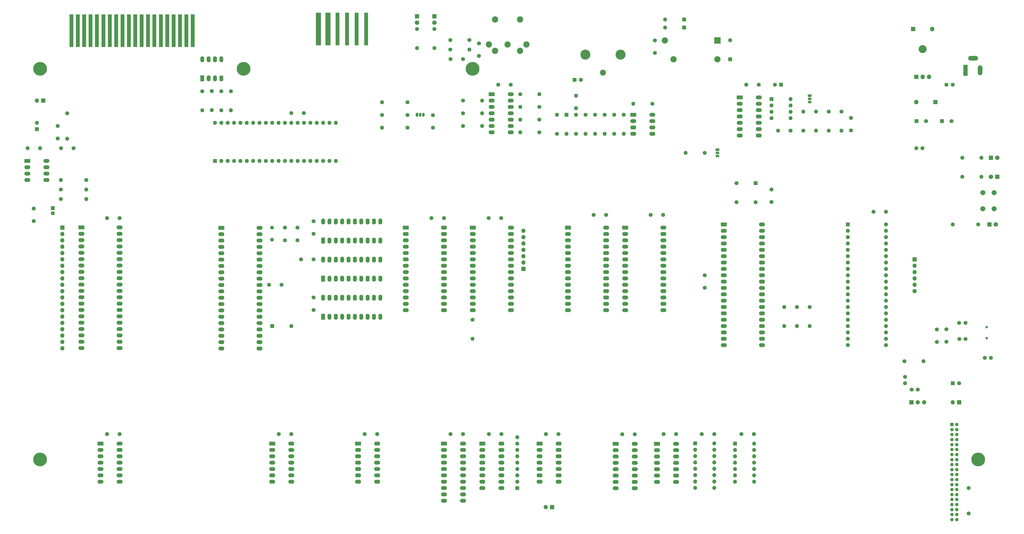
<source format=gbr>
%TF.GenerationSoftware,KiCad,Pcbnew,(6.0.6)*%
%TF.CreationDate,2022-08-05T00:57:27+02:00*%
%TF.ProjectId,Z80AllInOne,5a383041-6c6c-4496-9e4f-6e652e6b6963,rev?*%
%TF.SameCoordinates,Original*%
%TF.FileFunction,Soldermask,Bot*%
%TF.FilePolarity,Negative*%
%FSLAX46Y46*%
G04 Gerber Fmt 4.6, Leading zero omitted, Abs format (unit mm)*
G04 Created by KiCad (PCBNEW (6.0.6)) date 2022-08-05 00:57:27*
%MOMM*%
%LPD*%
G01*
G04 APERTURE LIST*
%ADD10C,1.600000*%
%ADD11O,1.800000X1.800000*%
%ADD12R,1.800000X1.800000*%
%ADD13R,1.600000X1.600000*%
%ADD14C,5.500000*%
%ADD15O,1.600000X1.600000*%
%ADD16R,2.500000X2.500000*%
%ADD17O,2.500000X2.500000*%
%ADD18R,1.650000X13.000000*%
%ADD19C,2.400000*%
%ADD20C,4.000000*%
%ADD21C,1.800000*%
%ADD22R,2.400000X1.600000*%
%ADD23O,2.400000X1.600000*%
%ADD24O,3.200000X3.200000*%
%ADD25R,1.700000X1.700000*%
%ADD26O,1.700000X1.700000*%
%ADD27C,1.500000*%
%ADD28R,1.600000X2.400000*%
%ADD29O,1.600000X2.400000*%
%ADD30R,1.500000X1.050000*%
%ADD31O,1.500000X1.050000*%
%ADD32C,1.000000*%
%ADD33C,2.500000*%
%ADD34R,1.800000X4.400000*%
%ADD35O,1.800000X4.000000*%
%ADD36O,4.000000X1.800000*%
%ADD37R,2.000000X13.000000*%
%ADD38R,1.350000X1.350000*%
%ADD39O,1.350000X1.350000*%
%ADD40C,2.000000*%
%ADD41R,1.050000X1.500000*%
%ADD42O,1.050000X1.500000*%
G04 APERTURE END LIST*
D10*
%TO.C,C45*%
X372765000Y-86360000D03*
X375265000Y-86360000D03*
%TD*%
%TO.C,C44*%
X384830000Y-60960000D03*
X387330000Y-60960000D03*
%TD*%
D11*
%TO.C,D12*%
X379095000Y-38735000D03*
D12*
X371475000Y-38735000D03*
%TD*%
D13*
%TO.C,C54*%
X383007349Y-75565000D03*
D10*
X386807349Y-75565000D03*
%TD*%
D13*
%TO.C,C53*%
X372847349Y-75565000D03*
D10*
X376647349Y-75565000D03*
%TD*%
D14*
%TO.C,*%
X397510000Y-210820000D03*
%TD*%
D10*
%TO.C,C4*%
X314960000Y-102870000D03*
X314960000Y-107870000D03*
%TD*%
%TO.C,R21*%
X327660000Y-79355564D03*
D15*
X327660000Y-71735564D03*
%TD*%
D10*
%TO.C,C49*%
X198120000Y-49450000D03*
X198120000Y-44450000D03*
%TD*%
D16*
%TO.C,K1*%
X293370000Y-43300000D03*
D17*
X272370000Y-43300000D03*
X275870000Y-50800000D03*
X293370000Y-50800000D03*
%TD*%
D18*
%TO.C,JE1*%
X83820000Y-39370000D03*
X81270000Y-39370000D03*
X78720000Y-39370000D03*
X76170000Y-39370000D03*
X73620000Y-39370000D03*
X71070000Y-39370000D03*
X68520000Y-39370000D03*
X65970000Y-39370000D03*
X63420000Y-39370000D03*
X60870000Y-39370000D03*
X58320000Y-39370000D03*
X55770000Y-39370000D03*
X53220000Y-39370000D03*
X50670000Y-39370000D03*
X48120000Y-39370000D03*
X45570000Y-39370000D03*
X43020000Y-39370000D03*
X40470000Y-39370000D03*
X37920000Y-39370000D03*
X35370000Y-39370000D03*
%TD*%
D10*
%TO.C,R5*%
X91440000Y-63500000D03*
D15*
X91440000Y-71120000D03*
%TD*%
D10*
%TO.C,C32*%
X20320000Y-110490000D03*
X20320000Y-115490000D03*
%TD*%
%TO.C,R19*%
X169545000Y-68025000D03*
D15*
X159385000Y-68025000D03*
%TD*%
D19*
%TO.C,J3*%
X247650000Y-56210000D03*
D20*
X254650000Y-48940000D03*
X240650000Y-48940000D03*
%TD*%
D12*
%TO.C,D4*%
X402590000Y-90170000D03*
D21*
X405130000Y-90170000D03*
%TD*%
D10*
%TO.C,C38*%
X207065000Y-200665000D03*
X202065000Y-200665000D03*
%TD*%
D22*
%TO.C,U28*%
X184100000Y-204480000D03*
D23*
X184100000Y-207020000D03*
X184100000Y-209560000D03*
X184100000Y-212100000D03*
X184100000Y-214640000D03*
X184100000Y-217180000D03*
X184100000Y-219720000D03*
X184100000Y-222260000D03*
X184100000Y-224800000D03*
X184100000Y-227340000D03*
X191720000Y-227340000D03*
X191720000Y-224800000D03*
X191720000Y-222260000D03*
X191720000Y-219720000D03*
X191720000Y-217180000D03*
X191720000Y-214640000D03*
X191720000Y-212100000D03*
X191720000Y-209560000D03*
X191720000Y-207020000D03*
X191720000Y-204480000D03*
%TD*%
D10*
%TO.C,R38*%
X244475000Y-73025000D03*
D15*
X244475000Y-80645000D03*
%TD*%
D24*
%TO.C,U29*%
X375285000Y-46750000D03*
D12*
X372745000Y-57850000D03*
D11*
X375285000Y-57850000D03*
X377825000Y-57850000D03*
%TD*%
D13*
%TO.C,D10*%
X233045000Y-73025000D03*
D15*
X233045000Y-80645000D03*
%TD*%
D13*
%TO.C,D8*%
X280035000Y-38100000D03*
D15*
X272415000Y-38100000D03*
%TD*%
D13*
%TO.C,C19*%
X236302375Y-59055000D03*
D10*
X238802375Y-59055000D03*
%TD*%
D13*
%TO.C,U23*%
X314970000Y-66795564D03*
D15*
X314970000Y-69335564D03*
X314970000Y-71875564D03*
X314970000Y-74415564D03*
X322590000Y-74415564D03*
X322590000Y-71875564D03*
X322590000Y-69335564D03*
X322590000Y-66795564D03*
%TD*%
D10*
%TO.C,C37*%
X224830000Y-200660000D03*
X229830000Y-200660000D03*
%TD*%
%TO.C,R14*%
X41275000Y-99060000D03*
D15*
X31115000Y-99060000D03*
%TD*%
D10*
%TO.C,C6*%
X355645000Y-111755000D03*
X360645000Y-111755000D03*
%TD*%
D13*
%TO.C,D5*%
X115570000Y-157480000D03*
D15*
X123190000Y-157480000D03*
%TD*%
D10*
%TO.C,R4*%
X87630000Y-63589062D03*
D15*
X87630000Y-71209062D03*
%TD*%
D22*
%TO.C,U26*%
X199470000Y-204490000D03*
D23*
X199470000Y-207030000D03*
X199470000Y-209570000D03*
X199470000Y-212110000D03*
X199470000Y-214650000D03*
X199470000Y-217190000D03*
X199470000Y-219730000D03*
X199470000Y-222270000D03*
X207090000Y-222270000D03*
X207090000Y-219730000D03*
X207090000Y-217190000D03*
X207090000Y-214650000D03*
X207090000Y-212110000D03*
X207090000Y-209570000D03*
X207090000Y-207030000D03*
X207090000Y-204490000D03*
%TD*%
D10*
%TO.C,R3*%
X325120000Y-149860000D03*
D15*
X325120000Y-157480000D03*
%TD*%
D22*
%TO.C,U2*%
X233680000Y-118110000D03*
D23*
X233680000Y-120650000D03*
X233680000Y-123190000D03*
X233680000Y-125730000D03*
X233680000Y-128270000D03*
X233680000Y-130810000D03*
X233680000Y-133350000D03*
X233680000Y-135890000D03*
X233680000Y-138430000D03*
X233680000Y-140970000D03*
X233680000Y-143510000D03*
X233680000Y-146050000D03*
X233680000Y-148590000D03*
X233680000Y-151130000D03*
X248920000Y-151130000D03*
X248920000Y-148590000D03*
X248920000Y-146050000D03*
X248920000Y-143510000D03*
X248920000Y-140970000D03*
X248920000Y-138430000D03*
X248920000Y-135890000D03*
X248920000Y-133350000D03*
X248920000Y-130810000D03*
X248920000Y-128270000D03*
X248920000Y-125730000D03*
X248920000Y-123190000D03*
X248920000Y-120650000D03*
X248920000Y-118110000D03*
%TD*%
D10*
%TO.C,C30*%
X31195000Y-86360000D03*
X36195000Y-86360000D03*
%TD*%
%TO.C,C31*%
X22860000Y-86360000D03*
X17860000Y-86360000D03*
%TD*%
D12*
%TO.C,D6*%
X405130000Y-97790000D03*
D21*
X402590000Y-97790000D03*
%TD*%
D10*
%TO.C,C34*%
X346710000Y-79315564D03*
X346710000Y-74315564D03*
%TD*%
D22*
%TO.C,U20*%
X47000000Y-204465000D03*
D23*
X47000000Y-207005000D03*
X47000000Y-209545000D03*
X47000000Y-212085000D03*
X47000000Y-214625000D03*
X47000000Y-217165000D03*
X47000000Y-219705000D03*
X54620000Y-219705000D03*
X54620000Y-217165000D03*
X54620000Y-214625000D03*
X54620000Y-212085000D03*
X54620000Y-209545000D03*
X54620000Y-207005000D03*
X54620000Y-204465000D03*
%TD*%
D10*
%TO.C,R29*%
X222250000Y-74930000D03*
D15*
X214630000Y-74930000D03*
%TD*%
D10*
%TO.C,C3*%
X266700000Y-113025000D03*
X271700000Y-113025000D03*
%TD*%
D22*
%TO.C,U3*%
X256540000Y-118110000D03*
D23*
X256540000Y-120650000D03*
X256540000Y-123190000D03*
X256540000Y-125730000D03*
X256540000Y-128270000D03*
X256540000Y-130810000D03*
X256540000Y-133350000D03*
X256540000Y-135890000D03*
X256540000Y-138430000D03*
X256540000Y-140970000D03*
X256540000Y-143510000D03*
X256540000Y-146050000D03*
X256540000Y-148590000D03*
X256540000Y-151130000D03*
X271780000Y-151130000D03*
X271780000Y-148590000D03*
X271780000Y-146050000D03*
X271780000Y-143510000D03*
X271780000Y-140970000D03*
X271780000Y-138430000D03*
X271780000Y-135890000D03*
X271780000Y-133350000D03*
X271780000Y-130810000D03*
X271780000Y-128270000D03*
X271780000Y-125730000D03*
X271780000Y-123190000D03*
X271780000Y-120650000D03*
X271780000Y-118110000D03*
%TD*%
D13*
%TO.C,U4*%
X92715000Y-91445000D03*
D15*
X95255000Y-91445000D03*
X97795000Y-91445000D03*
X100335000Y-91445000D03*
X102875000Y-91445000D03*
X105415000Y-91445000D03*
X107955000Y-91445000D03*
X110495000Y-91445000D03*
X113035000Y-91445000D03*
X115575000Y-91445000D03*
X118115000Y-91445000D03*
X120655000Y-91445000D03*
X123195000Y-91445000D03*
X125735000Y-91445000D03*
X128275000Y-91445000D03*
X130815000Y-91445000D03*
X133355000Y-91445000D03*
X135895000Y-91445000D03*
X138435000Y-91445000D03*
X140975000Y-91445000D03*
X140975000Y-76205000D03*
X138435000Y-76205000D03*
X135895000Y-76205000D03*
X133355000Y-76205000D03*
X130815000Y-76205000D03*
X128275000Y-76205000D03*
X125735000Y-76205000D03*
X123195000Y-76205000D03*
X120655000Y-76205000D03*
X118115000Y-76205000D03*
X115575000Y-76205000D03*
X113035000Y-76205000D03*
X110495000Y-76205000D03*
X107955000Y-76205000D03*
X105415000Y-76205000D03*
X102875000Y-76205000D03*
X100335000Y-76205000D03*
X97795000Y-76205000D03*
X95255000Y-76205000D03*
X92715000Y-76205000D03*
%TD*%
D12*
%TO.C,D3*%
X380365000Y-67945000D03*
D11*
X372745000Y-67945000D03*
%TD*%
D22*
%TO.C,U13*%
X269215000Y-204570000D03*
D23*
X269215000Y-207110000D03*
X269215000Y-209650000D03*
X269215000Y-212190000D03*
X269215000Y-214730000D03*
X269215000Y-217270000D03*
X269215000Y-219810000D03*
X276835000Y-219810000D03*
X276835000Y-217270000D03*
X276835000Y-214730000D03*
X276835000Y-212190000D03*
X276835000Y-209650000D03*
X276835000Y-207110000D03*
X276835000Y-204570000D03*
%TD*%
D10*
%TO.C,R24*%
X288290000Y-88265000D03*
D15*
X280670000Y-88265000D03*
%TD*%
D10*
%TO.C,C23*%
X127080000Y-130810000D03*
X132080000Y-130810000D03*
%TD*%
D14*
%TO.C,*%
X104140000Y-54610000D03*
%TD*%
D22*
%TO.C,U19*%
X259715000Y-73035000D03*
D23*
X259715000Y-75575000D03*
X259715000Y-78115000D03*
X259715000Y-80655000D03*
X267335000Y-80655000D03*
X267335000Y-78115000D03*
X267335000Y-75575000D03*
X267335000Y-73035000D03*
%TD*%
D25*
%TO.C,JP2*%
X370855000Y-187960000D03*
D26*
X373395000Y-187960000D03*
X375935000Y-187960000D03*
%TD*%
D10*
%TO.C,R36*%
X248285000Y-73025000D03*
D15*
X248285000Y-80645000D03*
%TD*%
D10*
%TO.C,R8*%
X180340000Y-38735000D03*
D15*
X180340000Y-46355000D03*
%TD*%
D10*
%TO.C,C29*%
X54610000Y-114300000D03*
X49610000Y-114300000D03*
%TD*%
D27*
%TO.C,Y2*%
X115510000Y-123010000D03*
X115510000Y-118110000D03*
%TD*%
D14*
%TO.C,*%
X22860000Y-54610000D03*
%TD*%
D10*
%TO.C,C27*%
X292100000Y-200660000D03*
X287100000Y-200660000D03*
%TD*%
%TO.C,R32*%
X194310000Y-43140000D03*
D15*
X186690000Y-43140000D03*
%TD*%
D28*
%TO.C,U9*%
X135890000Y-138530000D03*
D29*
X138430000Y-138530000D03*
X140970000Y-138530000D03*
X143510000Y-138530000D03*
X146050000Y-138530000D03*
X148590000Y-138530000D03*
X151130000Y-138530000D03*
X153670000Y-138530000D03*
X156210000Y-138530000D03*
X158750000Y-138530000D03*
X158750000Y-130910000D03*
X156210000Y-130910000D03*
X153670000Y-130910000D03*
X151130000Y-130910000D03*
X148590000Y-130910000D03*
X146050000Y-130910000D03*
X143510000Y-130910000D03*
X140970000Y-130910000D03*
X138430000Y-130910000D03*
X135890000Y-130910000D03*
%TD*%
D28*
%TO.C,U8*%
X135895000Y-123280000D03*
D29*
X138435000Y-123280000D03*
X140975000Y-123280000D03*
X143515000Y-123280000D03*
X146055000Y-123280000D03*
X148595000Y-123280000D03*
X151135000Y-123280000D03*
X153675000Y-123280000D03*
X156215000Y-123280000D03*
X158755000Y-123280000D03*
X158755000Y-115660000D03*
X156215000Y-115660000D03*
X153675000Y-115660000D03*
X151135000Y-115660000D03*
X148595000Y-115660000D03*
X146055000Y-115660000D03*
X143515000Y-115660000D03*
X140975000Y-115660000D03*
X138435000Y-115660000D03*
X135895000Y-115660000D03*
%TD*%
D10*
%TO.C,R28*%
X222250000Y-80010000D03*
D15*
X214630000Y-80010000D03*
%TD*%
D10*
%TO.C,R35*%
X252095000Y-80645000D03*
D15*
X252095000Y-73025000D03*
%TD*%
D13*
%TO.C,U27*%
X300355000Y-204470000D03*
D15*
X300355000Y-207010000D03*
X300355000Y-209550000D03*
X300355000Y-212090000D03*
X300355000Y-214630000D03*
X300355000Y-217170000D03*
X300355000Y-219710000D03*
X307975000Y-219710000D03*
X307975000Y-217170000D03*
X307975000Y-214630000D03*
X307975000Y-212090000D03*
X307975000Y-209550000D03*
X307975000Y-207010000D03*
X307975000Y-204470000D03*
%TD*%
D25*
%TO.C,SPEAKER1*%
X24130000Y-67310000D03*
D26*
X21590000Y-67310000D03*
%TD*%
D10*
%TO.C,C42*%
X27940000Y-112349440D03*
D13*
X27940000Y-110349440D03*
%TD*%
D10*
%TO.C,R33*%
X186690000Y-46950000D03*
D15*
X194310000Y-46950000D03*
%TD*%
D10*
%TO.C,R10*%
X368012500Y-171550000D03*
D15*
X375632500Y-171550000D03*
%TD*%
D10*
%TO.C,R37*%
X267335000Y-68580000D03*
D15*
X259715000Y-68580000D03*
%TD*%
D10*
%TO.C,R12*%
X31115000Y-106680000D03*
D15*
X41275000Y-106680000D03*
%TD*%
D22*
%TO.C,U12*%
X302270000Y-66035000D03*
D23*
X302270000Y-68575000D03*
X302270000Y-71115000D03*
X302270000Y-73655000D03*
X302270000Y-76195000D03*
X302270000Y-78735000D03*
X302270000Y-81275000D03*
X309890000Y-81275000D03*
X309890000Y-78735000D03*
X309890000Y-76195000D03*
X309890000Y-73655000D03*
X309890000Y-71115000D03*
X309890000Y-68575000D03*
X309890000Y-66035000D03*
%TD*%
D22*
%TO.C,U22*%
X17780000Y-91440000D03*
D23*
X17780000Y-93980000D03*
X17780000Y-96520000D03*
X17780000Y-99060000D03*
X25400000Y-99060000D03*
X25400000Y-96520000D03*
X25400000Y-93980000D03*
X25400000Y-91440000D03*
%TD*%
D10*
%TO.C,C26*%
X118190000Y-200660000D03*
X123190000Y-200660000D03*
%TD*%
%TO.C,R11*%
X391160000Y-97790000D03*
D15*
X398780000Y-97790000D03*
%TD*%
D10*
%TO.C,C35*%
X317540000Y-79355564D03*
X322540000Y-79355564D03*
%TD*%
%TO.C,C51*%
X236855000Y-65405000D03*
X236855000Y-70405000D03*
%TD*%
%TO.C,R7*%
X99060000Y-63589062D03*
D15*
X99060000Y-71209062D03*
%TD*%
D10*
%TO.C,R43*%
X397510000Y-116840000D03*
D15*
X387350000Y-116840000D03*
%TD*%
D25*
%TO.C,J4*%
X372110000Y-130810000D03*
D26*
X372110000Y-133350000D03*
X372110000Y-135890000D03*
X372110000Y-138430000D03*
X372110000Y-140970000D03*
X372110000Y-143510000D03*
%TD*%
D10*
%TO.C,R2*%
X320040000Y-149860000D03*
D15*
X320040000Y-157480000D03*
%TD*%
D10*
%TO.C,R30*%
X222250000Y-69850000D03*
D15*
X214630000Y-69850000D03*
%TD*%
D28*
%TO.C,U10*%
X135895000Y-153760000D03*
D29*
X138435000Y-153760000D03*
X140975000Y-153760000D03*
X143515000Y-153760000D03*
X146055000Y-153760000D03*
X148595000Y-153760000D03*
X151135000Y-153760000D03*
X153675000Y-153760000D03*
X156215000Y-153760000D03*
X158755000Y-153760000D03*
X158755000Y-146140000D03*
X156215000Y-146140000D03*
X153675000Y-146140000D03*
X151135000Y-146140000D03*
X148595000Y-146140000D03*
X146055000Y-146140000D03*
X143515000Y-146140000D03*
X140975000Y-146140000D03*
X138435000Y-146140000D03*
X135895000Y-146140000D03*
%TD*%
D14*
%TO.C,*%
X195580000Y-54610000D03*
%TD*%
D10*
%TO.C,C17*%
X125670000Y-118110000D03*
X120670000Y-118110000D03*
%TD*%
D25*
%TO.C,JP1*%
X389890000Y-187960000D03*
D26*
X387350000Y-187960000D03*
%TD*%
D22*
%TO.C,U18*%
X203200000Y-64770000D03*
D23*
X203200000Y-67310000D03*
X203200000Y-69850000D03*
X203200000Y-72390000D03*
X203200000Y-74930000D03*
X203200000Y-77470000D03*
X203200000Y-80010000D03*
X210820000Y-80010000D03*
X210820000Y-77470000D03*
X210820000Y-74930000D03*
X210820000Y-72390000D03*
X210820000Y-69850000D03*
X210820000Y-67310000D03*
X210820000Y-64770000D03*
%TD*%
D30*
%TO.C,Q3*%
X330200000Y-65385564D03*
D31*
X330200000Y-66655564D03*
X330200000Y-67925564D03*
%TD*%
D22*
%TO.C,U17*%
X149860000Y-204465000D03*
D23*
X149860000Y-207005000D03*
X149860000Y-209545000D03*
X149860000Y-212085000D03*
X149860000Y-214625000D03*
X149860000Y-217165000D03*
X149860000Y-219705000D03*
X157480000Y-219705000D03*
X157480000Y-217165000D03*
X157480000Y-214625000D03*
X157480000Y-212085000D03*
X157480000Y-209545000D03*
X157480000Y-207005000D03*
X157480000Y-204465000D03*
%TD*%
D13*
%TO.C,U5*%
X345440000Y-116840000D03*
D15*
X345440000Y-119380000D03*
X345440000Y-121920000D03*
X345440000Y-124460000D03*
X345440000Y-127000000D03*
X345440000Y-129540000D03*
X345440000Y-132080000D03*
X345440000Y-134620000D03*
X345440000Y-137160000D03*
X345440000Y-139700000D03*
X345440000Y-142240000D03*
X345440000Y-144780000D03*
X345440000Y-147320000D03*
X345440000Y-149860000D03*
X345440000Y-152400000D03*
X345440000Y-154940000D03*
X345440000Y-157480000D03*
X345440000Y-160020000D03*
X345440000Y-162560000D03*
X345440000Y-165100000D03*
X360680000Y-165100000D03*
X360680000Y-162560000D03*
X360680000Y-160020000D03*
X360680000Y-157480000D03*
X360680000Y-154940000D03*
X360680000Y-152400000D03*
X360680000Y-149860000D03*
X360680000Y-147320000D03*
X360680000Y-144780000D03*
X360680000Y-142240000D03*
X360680000Y-139700000D03*
X360680000Y-137160000D03*
X360680000Y-134620000D03*
X360680000Y-132080000D03*
X360680000Y-129540000D03*
X360680000Y-127000000D03*
X360680000Y-124460000D03*
X360680000Y-121920000D03*
X360680000Y-119380000D03*
X360680000Y-116840000D03*
%TD*%
D10*
%TO.C,R13*%
X31115000Y-102870000D03*
D15*
X41275000Y-102870000D03*
%TD*%
D22*
%TO.C,U24*%
X195630000Y-118160000D03*
D23*
X195630000Y-120700000D03*
X195630000Y-123240000D03*
X195630000Y-125780000D03*
X195630000Y-128320000D03*
X195630000Y-130860000D03*
X195630000Y-133400000D03*
X195630000Y-135940000D03*
X195630000Y-138480000D03*
X195630000Y-141020000D03*
X195630000Y-143560000D03*
X195630000Y-146100000D03*
X195630000Y-148640000D03*
X195630000Y-151180000D03*
X210870000Y-151180000D03*
X210870000Y-148640000D03*
X210870000Y-146100000D03*
X210870000Y-143560000D03*
X210870000Y-141020000D03*
X210870000Y-138480000D03*
X210870000Y-135940000D03*
X210870000Y-133400000D03*
X210870000Y-130860000D03*
X210870000Y-128320000D03*
X210870000Y-125780000D03*
X210870000Y-123240000D03*
X210870000Y-120700000D03*
X210870000Y-118160000D03*
%TD*%
D13*
%TO.C,C41*%
X387350000Y-180340000D03*
D10*
X389850000Y-180340000D03*
%TD*%
%TO.C,C46*%
X309880000Y-60960000D03*
X304880000Y-60960000D03*
%TD*%
D22*
%TO.C,U7*%
X95250000Y-118215000D03*
D23*
X95250000Y-120755000D03*
X95250000Y-123295000D03*
X95250000Y-125835000D03*
X95250000Y-128375000D03*
X95250000Y-130915000D03*
X95250000Y-133455000D03*
X95250000Y-135995000D03*
X95250000Y-138535000D03*
X95250000Y-141075000D03*
X95250000Y-143615000D03*
X95250000Y-146155000D03*
X95250000Y-148695000D03*
X95250000Y-151235000D03*
X95250000Y-153775000D03*
X95250000Y-156315000D03*
X95250000Y-158855000D03*
X95250000Y-161395000D03*
X95250000Y-163935000D03*
X95250000Y-166475000D03*
X110490000Y-166475000D03*
X110490000Y-163935000D03*
X110490000Y-161395000D03*
X110490000Y-158855000D03*
X110490000Y-156315000D03*
X110490000Y-153775000D03*
X110490000Y-151235000D03*
X110490000Y-148695000D03*
X110490000Y-146155000D03*
X110490000Y-143615000D03*
X110490000Y-141075000D03*
X110490000Y-138535000D03*
X110490000Y-135995000D03*
X110490000Y-133455000D03*
X110490000Y-130915000D03*
X110490000Y-128375000D03*
X110490000Y-125835000D03*
X110490000Y-123295000D03*
X110490000Y-120755000D03*
X110490000Y-118215000D03*
%TD*%
D10*
%TO.C,C24*%
X179150000Y-114300000D03*
X184150000Y-114300000D03*
%TD*%
D12*
%TO.C,D11*%
X401950000Y-116840000D03*
D21*
X404490000Y-116840000D03*
%TD*%
D32*
%TO.C,J1*%
X400880000Y-157920000D03*
X400880000Y-162320000D03*
%TD*%
D10*
%TO.C,C20*%
X114280000Y-140970000D03*
X119280000Y-140970000D03*
%TD*%
%TO.C,R40*%
X236855000Y-80645000D03*
D15*
X236855000Y-73025000D03*
%TD*%
D30*
%TO.C,Q4*%
X293370000Y-86995000D03*
D31*
X293370000Y-88265000D03*
X293370000Y-89535000D03*
%TD*%
D10*
%TO.C,C5*%
X123190000Y-72350000D03*
X128190000Y-72350000D03*
%TD*%
D33*
%TO.C,J6*%
X202050000Y-44910000D03*
X209550000Y-44910000D03*
X217050000Y-44910000D03*
X204550000Y-47410000D03*
X214550000Y-47410000D03*
X214550000Y-34910000D03*
X204550000Y-34910000D03*
%TD*%
D10*
%TO.C,R42*%
X195580000Y-154940000D03*
D15*
X195580000Y-162560000D03*
%TD*%
D10*
%TO.C,C2*%
X243920000Y-113025000D03*
X248920000Y-113025000D03*
%TD*%
%TO.C,C1*%
X288290000Y-142160000D03*
X288290000Y-137160000D03*
%TD*%
%TO.C,C39*%
X207010000Y-114300000D03*
X202010000Y-114300000D03*
%TD*%
D34*
%TO.C,JP5*%
X392430000Y-55210000D03*
D35*
X398230000Y-55210000D03*
D36*
X395430000Y-50410000D03*
%TD*%
D10*
%TO.C,C52*%
X302935000Y-200660000D03*
X307935000Y-200660000D03*
%TD*%
%TO.C,C47*%
X268357500Y-48265000D03*
X268357500Y-43265000D03*
%TD*%
%TO.C,R39*%
X240665000Y-73025000D03*
D15*
X240665000Y-80645000D03*
%TD*%
D10*
%TO.C,C48*%
X191770000Y-50760000D03*
X186770000Y-50760000D03*
%TD*%
%TO.C,C22*%
X132080000Y-151090000D03*
X132080000Y-146090000D03*
%TD*%
D13*
%TO.C,C36*%
X318770000Y-60960000D03*
D10*
X316270000Y-60960000D03*
%TD*%
%TO.C,C21*%
X132080000Y-115570000D03*
X132080000Y-120570000D03*
%TD*%
D22*
%TO.C,U21*%
X39390000Y-118035000D03*
D23*
X39390000Y-120575000D03*
X39390000Y-123115000D03*
X39390000Y-125655000D03*
X39390000Y-128195000D03*
X39390000Y-130735000D03*
X39390000Y-133275000D03*
X39390000Y-135815000D03*
X39390000Y-138355000D03*
X39390000Y-140895000D03*
X39390000Y-143435000D03*
X39390000Y-145975000D03*
X39390000Y-148515000D03*
X39390000Y-151055000D03*
X39390000Y-153595000D03*
X39390000Y-156135000D03*
X39390000Y-158675000D03*
X39390000Y-161215000D03*
X39390000Y-163755000D03*
X39390000Y-166295000D03*
X54630000Y-166295000D03*
X54630000Y-163755000D03*
X54630000Y-161215000D03*
X54630000Y-158675000D03*
X54630000Y-156135000D03*
X54630000Y-153595000D03*
X54630000Y-151055000D03*
X54630000Y-148515000D03*
X54630000Y-145975000D03*
X54630000Y-143435000D03*
X54630000Y-140895000D03*
X54630000Y-138355000D03*
X54630000Y-135815000D03*
X54630000Y-133275000D03*
X54630000Y-130735000D03*
X54630000Y-128195000D03*
X54630000Y-125655000D03*
X54630000Y-123115000D03*
X54630000Y-120575000D03*
X54630000Y-118035000D03*
%TD*%
D10*
%TO.C,R25*%
X191770000Y-67310000D03*
D15*
X199390000Y-67310000D03*
%TD*%
D10*
%TO.C,R18*%
X169545000Y-73105000D03*
D15*
X159385000Y-73105000D03*
%TD*%
D10*
%TO.C,C28*%
X49610000Y-200660000D03*
X54610000Y-200660000D03*
%TD*%
%TO.C,C12*%
X392430000Y-162660000D03*
X389930000Y-162660000D03*
%TD*%
%TO.C,C9*%
X381000000Y-163830000D03*
X381000000Y-158830000D03*
%TD*%
%TO.C,R27*%
X191770000Y-77470000D03*
D15*
X199390000Y-77470000D03*
%TD*%
D10*
%TO.C,C15*%
X260350000Y-200765000D03*
X255350000Y-200765000D03*
%TD*%
%TO.C,R41*%
X229235000Y-80645000D03*
D15*
X229235000Y-73025000D03*
%TD*%
D25*
%TO.C,JP3*%
X227330000Y-229870000D03*
D26*
X224790000Y-229870000D03*
%TD*%
D10*
%TO.C,R6*%
X95250000Y-63589062D03*
D15*
X95250000Y-71209062D03*
%TD*%
D12*
%TO.C,D1*%
X180340000Y-33655000D03*
D21*
X180340000Y-36195000D03*
%TD*%
D10*
%TO.C,C40*%
X191770000Y-200660000D03*
X186770000Y-200660000D03*
%TD*%
%TO.C,C11*%
X392390000Y-156210000D03*
X389890000Y-156210000D03*
%TD*%
D18*
%TO.C,J2*%
X153035000Y-38735000D03*
X149225000Y-38735000D03*
X145415000Y-38735000D03*
X141605000Y-38735000D03*
D37*
X137795000Y-38735000D03*
X133985000Y-38735000D03*
%TD*%
D10*
%TO.C,R34*%
X255905000Y-73025000D03*
D15*
X255905000Y-80645000D03*
%TD*%
D10*
%TO.C,R1*%
X330200000Y-149860000D03*
D15*
X330200000Y-157480000D03*
%TD*%
D10*
%TO.C,R22*%
X332740000Y-71735564D03*
D15*
X332740000Y-79355564D03*
%TD*%
D13*
%TO.C,U15*%
X284470000Y-204460000D03*
D15*
X284470000Y-207000000D03*
X284470000Y-209540000D03*
X284470000Y-212080000D03*
X284470000Y-214620000D03*
X284470000Y-217160000D03*
X284470000Y-219700000D03*
X284470000Y-222240000D03*
X292090000Y-222240000D03*
X292090000Y-219700000D03*
X292090000Y-217160000D03*
X292090000Y-214620000D03*
X292090000Y-212080000D03*
X292090000Y-209540000D03*
X292090000Y-207000000D03*
X292090000Y-204460000D03*
%TD*%
D14*
%TO.C,REF\u002A\u002A*%
X22860000Y-210820000D03*
%TD*%
D10*
%TO.C,C33*%
X29845000Y-82510000D03*
X29845000Y-77510000D03*
%TD*%
%TO.C,R20*%
X337820000Y-71735564D03*
D15*
X337820000Y-79355564D03*
%TD*%
D10*
%TO.C,R23*%
X391160000Y-90170000D03*
D15*
X398780000Y-90170000D03*
%TD*%
D13*
%TO.C,D7*%
X298450000Y-50800000D03*
D15*
X298450000Y-43180000D03*
%TD*%
D22*
%TO.C,U1*%
X295910000Y-116840000D03*
D23*
X295910000Y-119380000D03*
X295910000Y-121920000D03*
X295910000Y-124460000D03*
X295910000Y-127000000D03*
X295910000Y-129540000D03*
X295910000Y-132080000D03*
X295910000Y-134620000D03*
X295910000Y-137160000D03*
X295910000Y-139700000D03*
X295910000Y-142240000D03*
X295910000Y-144780000D03*
X295910000Y-147320000D03*
X295910000Y-149860000D03*
X295910000Y-152400000D03*
X295910000Y-154940000D03*
X295910000Y-157480000D03*
X295910000Y-160020000D03*
X295910000Y-162560000D03*
X295910000Y-165100000D03*
X311150000Y-165100000D03*
X311150000Y-162560000D03*
X311150000Y-160020000D03*
X311150000Y-157480000D03*
X311150000Y-154940000D03*
X311150000Y-152400000D03*
X311150000Y-149860000D03*
X311150000Y-147320000D03*
X311150000Y-144780000D03*
X311150000Y-142240000D03*
X311150000Y-139700000D03*
X311150000Y-137160000D03*
X311150000Y-134620000D03*
X311150000Y-132080000D03*
X311150000Y-129540000D03*
X311150000Y-127000000D03*
X311150000Y-124460000D03*
X311150000Y-121920000D03*
X311150000Y-119380000D03*
X311150000Y-116840000D03*
%TD*%
D25*
%TO.C,J7*%
X31750000Y-118110000D03*
D26*
X31750000Y-120650000D03*
X31750000Y-123190000D03*
X31750000Y-125730000D03*
X31750000Y-128270000D03*
X31750000Y-130810000D03*
X31750000Y-133350000D03*
X31750000Y-135890000D03*
X31750000Y-138430000D03*
X31750000Y-140970000D03*
X31750000Y-143510000D03*
X31750000Y-146050000D03*
X31750000Y-148590000D03*
X31750000Y-151130000D03*
X31750000Y-153670000D03*
X31750000Y-156210000D03*
X31750000Y-158750000D03*
X31750000Y-161290000D03*
X31750000Y-163830000D03*
X31750000Y-166370000D03*
%TD*%
D38*
%TO.C,J10*%
X386985000Y-196900000D03*
D39*
X388985000Y-196900000D03*
X386985000Y-198900000D03*
X388985000Y-198900000D03*
X386985000Y-200900000D03*
X388985000Y-200900000D03*
X386985000Y-202900000D03*
X388985000Y-202900000D03*
X386985000Y-204900000D03*
X388985000Y-204900000D03*
X386985000Y-206900000D03*
X388985000Y-206900000D03*
X386985000Y-208900000D03*
X388985000Y-208900000D03*
X386985000Y-210900000D03*
X388985000Y-210900000D03*
X386985000Y-212900000D03*
X388985000Y-212900000D03*
X386985000Y-214900000D03*
X388985000Y-214900000D03*
X386985000Y-216900000D03*
X388985000Y-216900000D03*
X386985000Y-218900000D03*
X388985000Y-218900000D03*
X386985000Y-220900000D03*
X388985000Y-220900000D03*
X386985000Y-222900000D03*
X388985000Y-222900000D03*
X386985000Y-224900000D03*
X388985000Y-224900000D03*
X386985000Y-226900000D03*
X388985000Y-226900000D03*
X386985000Y-228900000D03*
X388985000Y-228900000D03*
X386985000Y-230900000D03*
X388985000Y-230900000D03*
X386985000Y-232900000D03*
X388985000Y-232900000D03*
X386985000Y-234900000D03*
X388985000Y-234900000D03*
%TD*%
D13*
%TO.C,RN1*%
X213455000Y-222255000D03*
D15*
X213455000Y-219715000D03*
X213455000Y-217175000D03*
X213455000Y-214635000D03*
X213455000Y-212095000D03*
X213455000Y-209555000D03*
X213455000Y-207015000D03*
X213455000Y-204475000D03*
X213455000Y-201935000D03*
%TD*%
D10*
%TO.C,R15*%
X33655000Y-72390000D03*
D15*
X33655000Y-82550000D03*
%TD*%
D10*
%TO.C,C7*%
X373380000Y-182880000D03*
X370880000Y-182880000D03*
%TD*%
%TO.C,R26*%
X191770000Y-72390000D03*
D15*
X199390000Y-72390000D03*
%TD*%
D22*
%TO.C,U16*%
X115555000Y-204465000D03*
D23*
X115555000Y-207005000D03*
X115555000Y-209545000D03*
X115555000Y-212085000D03*
X115555000Y-214625000D03*
X115555000Y-217165000D03*
X115555000Y-219705000D03*
X123175000Y-219705000D03*
X123175000Y-217165000D03*
X123175000Y-214625000D03*
X123175000Y-212085000D03*
X123175000Y-209545000D03*
X123175000Y-207005000D03*
X123175000Y-204465000D03*
%TD*%
D10*
%TO.C,R16*%
X342900000Y-71735564D03*
D15*
X342900000Y-79355564D03*
%TD*%
D22*
%TO.C,U14*%
X252730000Y-204565000D03*
D23*
X252730000Y-207105000D03*
X252730000Y-209645000D03*
X252730000Y-212185000D03*
X252730000Y-214725000D03*
X252730000Y-217265000D03*
X252730000Y-219805000D03*
X252730000Y-222345000D03*
X260350000Y-222345000D03*
X260350000Y-219805000D03*
X260350000Y-217265000D03*
X260350000Y-214725000D03*
X260350000Y-212185000D03*
X260350000Y-209645000D03*
X260350000Y-207105000D03*
X260350000Y-204565000D03*
%TD*%
D13*
%TO.C,D9*%
X280035000Y-34925000D03*
D15*
X272415000Y-34925000D03*
%TD*%
D40*
%TO.C,SW2*%
X403860000Y-110640000D03*
X403860000Y-104140000D03*
X399360000Y-110640000D03*
X399360000Y-104140000D03*
%TD*%
D10*
%TO.C,C14*%
X276850000Y-200660000D03*
X271850000Y-200660000D03*
%TD*%
%TO.C,C16*%
X125630000Y-123190000D03*
X120630000Y-123190000D03*
%TD*%
D13*
%TO.C,C43*%
X21590000Y-78740000D03*
D10*
X21590000Y-76240000D03*
%TD*%
D25*
%TO.C,J8*%
X215900000Y-134625000D03*
D26*
X215900000Y-132085000D03*
X215900000Y-129545000D03*
X215900000Y-127005000D03*
X215900000Y-124465000D03*
X215900000Y-121925000D03*
X215900000Y-119385000D03*
%TD*%
D10*
%TO.C,C18*%
X179705000Y-78225000D03*
X179705000Y-73225000D03*
%TD*%
%TO.C,C13*%
X402590000Y-170180000D03*
X400090000Y-170180000D03*
%TD*%
D13*
%TO.C,X1*%
X308610000Y-100330000D03*
D10*
X300990000Y-100330000D03*
X300990000Y-107950000D03*
X308610000Y-107950000D03*
%TD*%
%TO.C,R17*%
X169545000Y-78185000D03*
D15*
X159385000Y-78185000D03*
%TD*%
D22*
%TO.C,U25*%
X222290000Y-204470000D03*
D23*
X222290000Y-207010000D03*
X222290000Y-209550000D03*
X222290000Y-212090000D03*
X222290000Y-214630000D03*
X222290000Y-217170000D03*
X222290000Y-219710000D03*
X229910000Y-219710000D03*
X229910000Y-217170000D03*
X229910000Y-214630000D03*
X229910000Y-212090000D03*
X229910000Y-209550000D03*
X229910000Y-207010000D03*
X229910000Y-204470000D03*
%TD*%
D10*
%TO.C,C50*%
X210820000Y-60960000D03*
X205820000Y-60960000D03*
%TD*%
%TO.C,C25*%
X152470000Y-200660000D03*
X157470000Y-200660000D03*
%TD*%
%TO.C,C8*%
X368300000Y-180340000D03*
X368300000Y-177840000D03*
%TD*%
%TO.C,R31*%
X214630000Y-64770000D03*
D15*
X222250000Y-64770000D03*
%TD*%
D22*
%TO.C,U11*%
X168910000Y-118110000D03*
D23*
X168910000Y-120650000D03*
X168910000Y-123190000D03*
X168910000Y-125730000D03*
X168910000Y-128270000D03*
X168910000Y-130810000D03*
X168910000Y-133350000D03*
X168910000Y-135890000D03*
X168910000Y-138430000D03*
X168910000Y-140970000D03*
X168910000Y-143510000D03*
X168910000Y-146050000D03*
X168910000Y-148590000D03*
X168910000Y-151130000D03*
X184150000Y-151130000D03*
X184150000Y-148590000D03*
X184150000Y-146050000D03*
X184150000Y-143510000D03*
X184150000Y-140970000D03*
X184150000Y-138430000D03*
X184150000Y-135890000D03*
X184150000Y-133350000D03*
X184150000Y-130810000D03*
X184150000Y-128270000D03*
X184150000Y-125730000D03*
X184150000Y-123190000D03*
X184150000Y-120650000D03*
X184150000Y-118110000D03*
%TD*%
D10*
%TO.C,R44*%
X393700000Y-232410000D03*
D15*
X393700000Y-222250000D03*
%TD*%
D41*
%TO.C,Q2*%
X173355000Y-73025000D03*
D42*
X174625000Y-73025000D03*
X175895000Y-73025000D03*
%TD*%
D12*
%TO.C,D2*%
X173355000Y-33655000D03*
D21*
X173355000Y-36195000D03*
%TD*%
D10*
%TO.C,C10*%
X384810000Y-158750000D03*
X384810000Y-163750000D03*
%TD*%
D28*
%TO.C,SW1*%
X87640000Y-58420000D03*
D29*
X90180000Y-58420000D03*
X92720000Y-58420000D03*
X95260000Y-58420000D03*
X95260000Y-50800000D03*
X92720000Y-50800000D03*
X90180000Y-50800000D03*
X87640000Y-50800000D03*
%TD*%
D10*
%TO.C,R9*%
X173355000Y-38735000D03*
D15*
X173355000Y-46355000D03*
%TD*%
M02*

</source>
